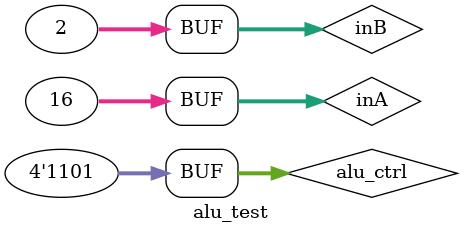
<source format=v>
`timescale 1ns / 1ps


module alu_test;

	// Inputs
	reg [31:0] inA;
	reg [31:0] inB;
	reg [3:0] alu_ctrl;

	// Outputs
	wire [31:0] alu_out;
	wire [5:0] cond_code;

	// Instantiate the Unit Under Test (UUT)
	alu_16b uut (
		.alu_out(alu_out), 
		.cond_code(cond_code), 
		.inA(inA), 
		.inB(inB), 
		.alu_ctrl(alu_ctrl)
	);

	initial begin
		// Initialize Inputs
		inA = 0;
		inB = 0;
		alu_ctrl = 0;

		// Wait 100 ns for global reset to finish
		#100;
		
		inA = 32'h00000010;
		inB = 32'h00000002;
		alu_ctrl = 4'b0001;		//add
      #10;
		alu_ctrl = 4'b1001;		//sub
		#10;
		alu_ctrl = 4'b0011;		//and
		#10;
		alu_ctrl = 4'b0100;		//or
		#10;
		alu_ctrl = 4'b0101;		//sll
		#10;
		alu_ctrl = 4'b1101;		//srl
		
		// Add stimulus here

	end
      
endmodule


</source>
